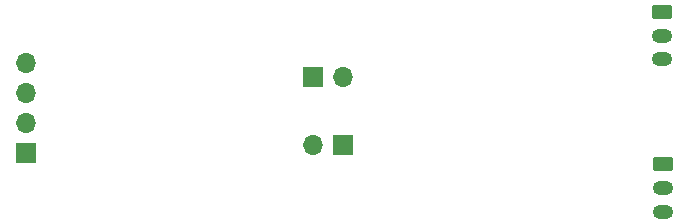
<source format=gbs>
G04 #@! TF.GenerationSoftware,KiCad,Pcbnew,7.0.9-1.fc39*
G04 #@! TF.CreationDate,2023-11-14T16:09:12+02:00*
G04 #@! TF.ProjectId,CAN_transceiver_module,43414e5f-7472-4616-9e73-636569766572,v1.0*
G04 #@! TF.SameCoordinates,Original*
G04 #@! TF.FileFunction,Soldermask,Bot*
G04 #@! TF.FilePolarity,Negative*
%FSLAX46Y46*%
G04 Gerber Fmt 4.6, Leading zero omitted, Abs format (unit mm)*
G04 Created by KiCad (PCBNEW 7.0.9-1.fc39) date 2023-11-14 16:09:12*
%MOMM*%
%LPD*%
G01*
G04 APERTURE LIST*
G04 Aperture macros list*
%AMRoundRect*
0 Rectangle with rounded corners*
0 $1 Rounding radius*
0 $2 $3 $4 $5 $6 $7 $8 $9 X,Y pos of 4 corners*
0 Add a 4 corners polygon primitive as box body*
4,1,4,$2,$3,$4,$5,$6,$7,$8,$9,$2,$3,0*
0 Add four circle primitives for the rounded corners*
1,1,$1+$1,$2,$3*
1,1,$1+$1,$4,$5*
1,1,$1+$1,$6,$7*
1,1,$1+$1,$8,$9*
0 Add four rect primitives between the rounded corners*
20,1,$1+$1,$2,$3,$4,$5,0*
20,1,$1+$1,$4,$5,$6,$7,0*
20,1,$1+$1,$6,$7,$8,$9,0*
20,1,$1+$1,$8,$9,$2,$3,0*%
G04 Aperture macros list end*
%ADD10R,1.700000X1.700000*%
%ADD11O,1.700000X1.700000*%
%ADD12RoundRect,0.250000X-0.625000X0.350000X-0.625000X-0.350000X0.625000X-0.350000X0.625000X0.350000X0*%
%ADD13O,1.750000X1.200000*%
G04 APERTURE END LIST*
D10*
X128175000Y-102900000D03*
D11*
X125635000Y-102900000D03*
X128165000Y-97100000D03*
D10*
X125625000Y-97100000D03*
D12*
X155250000Y-91600000D03*
D13*
X155250000Y-93600000D03*
X155250000Y-95600000D03*
D12*
X155300000Y-104500000D03*
D13*
X155300000Y-106500000D03*
X155300000Y-108500000D03*
D10*
X101400000Y-103500000D03*
D11*
X101400000Y-100960000D03*
X101400000Y-98420000D03*
X101400000Y-95880000D03*
M02*

</source>
